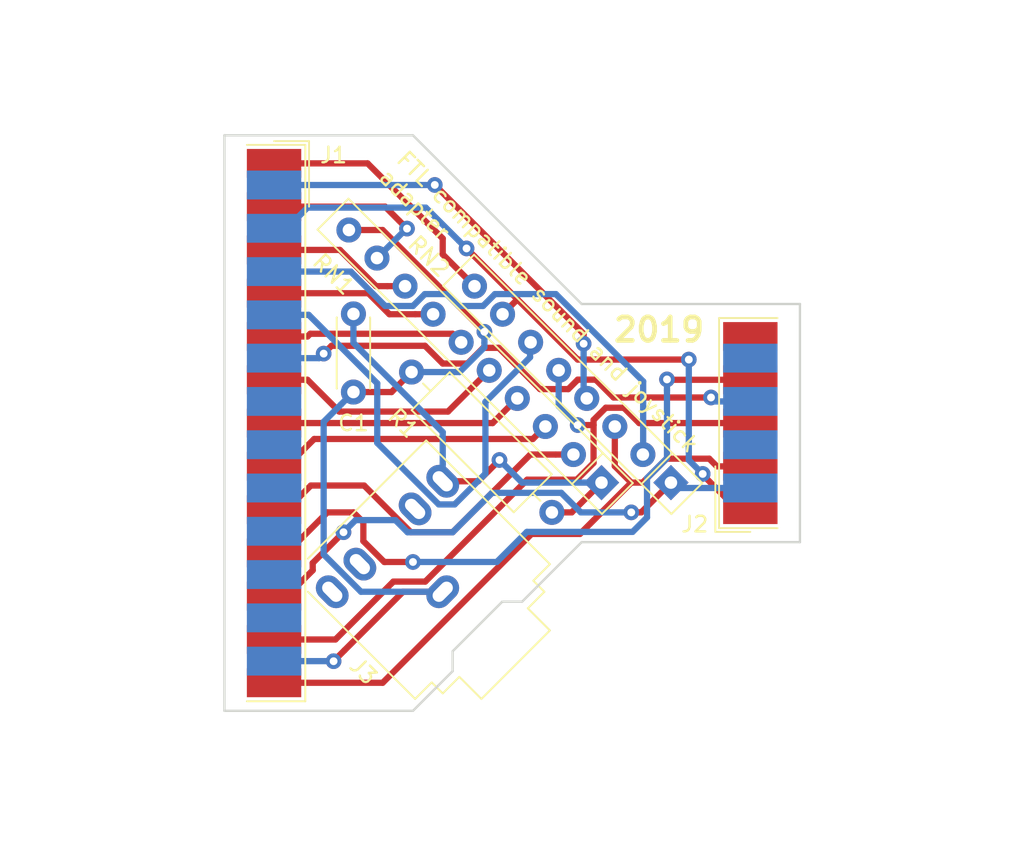
<source format=kicad_pcb>
(kicad_pcb (version 20171130) (host pcbnew 5.1.0-5.1.0)

  (general
    (thickness 1.6)
    (drawings 14)
    (tracks 206)
    (zones 0)
    (modules 7)
    (nets 30)
  )

  (page A4)
  (title_block
    (title "FTL compatible sound and joystick adapter")
    (date 2019-02-05)
    (company "Benedikt Freisen")
  )

  (layers
    (0 F.Cu signal)
    (31 B.Cu signal)
    (32 B.Adhes user)
    (33 F.Adhes user)
    (34 B.Paste user)
    (35 F.Paste user)
    (36 B.SilkS user)
    (37 F.SilkS user)
    (38 B.Mask user)
    (39 F.Mask user)
    (40 Dwgs.User user)
    (41 Cmts.User user)
    (42 Eco1.User user)
    (43 Eco2.User user)
    (44 Edge.Cuts user)
    (45 Margin user)
    (46 B.CrtYd user)
    (47 F.CrtYd user)
    (48 B.Fab user)
    (49 F.Fab user)
  )

  (setup
    (last_trace_width 0.4)
    (trace_clearance 0.2)
    (zone_clearance 0.508)
    (zone_45_only no)
    (trace_min 0.2)
    (via_size 1)
    (via_drill 0.5)
    (via_min_size 0.4)
    (via_min_drill 0.3)
    (uvia_size 0.3)
    (uvia_drill 0.1)
    (uvias_allowed no)
    (uvia_min_size 0.2)
    (uvia_min_drill 0.1)
    (edge_width 0.15)
    (segment_width 0.2)
    (pcb_text_width 0.3)
    (pcb_text_size 1.5 1.5)
    (mod_edge_width 0.15)
    (mod_text_size 1 1)
    (mod_text_width 0.15)
    (pad_size 1.524 1.524)
    (pad_drill 0.762)
    (pad_to_mask_clearance 0.051)
    (solder_mask_min_width 0.25)
    (aux_axis_origin 0 0)
    (visible_elements FFFFFF7F)
    (pcbplotparams
      (layerselection 0x010fc_ffffffff)
      (usegerberextensions false)
      (usegerberattributes false)
      (usegerberadvancedattributes false)
      (creategerberjobfile false)
      (excludeedgelayer true)
      (linewidth 0.100000)
      (plotframeref false)
      (viasonmask false)
      (mode 1)
      (useauxorigin false)
      (hpglpennumber 1)
      (hpglpenspeed 20)
      (hpglpendiameter 15.000000)
      (psnegative false)
      (psa4output false)
      (plotreference true)
      (plotvalue true)
      (plotinvisibletext false)
      (padsonsilk false)
      (subtractmaskfromsilk false)
      (outputformat 1)
      (mirror false)
      (drillshape 1)
      (scaleselection 1)
      (outputdirectory ""))
  )

  (net 0 "")
  (net 1 "Net-(C1-Pad1)")
  (net 2 "Net-(C1-Pad2)")
  (net 3 "Net-(J1-Pad1)")
  (net 4 "Net-(J1-Pad2)")
  (net 5 "Net-(J1-Pad3)")
  (net 6 "Net-(J1-Pad4)")
  (net 7 "Net-(J1-Pad5)")
  (net 8 "Net-(J1-Pad6)")
  (net 9 "Net-(J1-Pad7)")
  (net 10 "Net-(J1-Pad8)")
  (net 11 "Net-(J1-Pad9)")
  (net 12 "Net-(J1-Pad10)")
  (net 13 "Net-(J1-Pad11)")
  (net 14 "Net-(J1-Pad12)")
  (net 15 "Net-(J1-Pad13)")
  (net 16 "Net-(J1-Pad18)")
  (net 17 "Net-(J1-Pad19)")
  (net 18 "Net-(J1-Pad20)")
  (net 19 "Net-(J1-Pad21)")
  (net 20 "Net-(J1-Pad22)")
  (net 21 "Net-(J1-Pad23)")
  (net 22 "Net-(J1-Pad24)")
  (net 23 "Net-(J2-Pad5)")
  (net 24 "Net-(J2-Pad7)")
  (net 25 "Net-(J2-Pad9)")
  (net 26 "Net-(J1-Pad14)")
  (net 27 "Net-(J1-Pad15)")
  (net 28 "Net-(J1-Pad16)")
  (net 29 "Net-(J1-Pad17)")

  (net_class Default "Dies ist die voreingestellte Netzklasse."
    (clearance 0.2)
    (trace_width 0.4)
    (via_dia 1)
    (via_drill 0.5)
    (uvia_dia 0.3)
    (uvia_drill 0.1)
    (add_net "Net-(C1-Pad1)")
    (add_net "Net-(C1-Pad2)")
    (add_net "Net-(J1-Pad1)")
    (add_net "Net-(J1-Pad10)")
    (add_net "Net-(J1-Pad11)")
    (add_net "Net-(J1-Pad12)")
    (add_net "Net-(J1-Pad13)")
    (add_net "Net-(J1-Pad14)")
    (add_net "Net-(J1-Pad15)")
    (add_net "Net-(J1-Pad16)")
    (add_net "Net-(J1-Pad17)")
    (add_net "Net-(J1-Pad18)")
    (add_net "Net-(J1-Pad19)")
    (add_net "Net-(J1-Pad2)")
    (add_net "Net-(J1-Pad20)")
    (add_net "Net-(J1-Pad21)")
    (add_net "Net-(J1-Pad22)")
    (add_net "Net-(J1-Pad23)")
    (add_net "Net-(J1-Pad24)")
    (add_net "Net-(J1-Pad3)")
    (add_net "Net-(J1-Pad4)")
    (add_net "Net-(J1-Pad5)")
    (add_net "Net-(J1-Pad6)")
    (add_net "Net-(J1-Pad7)")
    (add_net "Net-(J1-Pad8)")
    (add_net "Net-(J1-Pad9)")
    (add_net "Net-(J2-Pad5)")
    (add_net "Net-(J2-Pad7)")
    (add_net "Net-(J2-Pad9)")
  )

  (module Resistor_THT:R_Array_SIP8 (layer F.Cu) (tedit 5A14249F) (tstamp 5CA9DB39)
    (at 109.855 95.25 135)
    (descr "8-pin Resistor SIP pack")
    (tags R)
    (path /5CA9E6B0)
    (fp_text reference RN2 (at 21.193404 -0.71842 135) (layer F.SilkS)
      (effects (font (size 1 1) (thickness 0.15)))
    )
    (fp_text value R_Pack04_SIP (at 10.16 2.4 135) (layer F.Fab)
      (effects (font (size 1 1) (thickness 0.15)))
    )
    (fp_text user %R (at 8.89 0 135) (layer F.Fab)
      (effects (font (size 1 1) (thickness 0.15)))
    )
    (fp_line (start -1.29 -1.25) (end -1.29 1.25) (layer F.Fab) (width 0.1))
    (fp_line (start -1.29 1.25) (end 19.07 1.25) (layer F.Fab) (width 0.1))
    (fp_line (start 19.07 1.25) (end 19.07 -1.25) (layer F.Fab) (width 0.1))
    (fp_line (start 19.07 -1.25) (end -1.29 -1.25) (layer F.Fab) (width 0.1))
    (fp_line (start 1.27 -1.25) (end 1.27 1.25) (layer F.Fab) (width 0.1))
    (fp_line (start -1.44 -1.4) (end -1.44 1.4) (layer F.SilkS) (width 0.12))
    (fp_line (start -1.44 1.4) (end 19.22 1.4) (layer F.SilkS) (width 0.12))
    (fp_line (start 19.22 1.4) (end 19.22 -1.4) (layer F.SilkS) (width 0.12))
    (fp_line (start 19.22 -1.4) (end -1.44 -1.4) (layer F.SilkS) (width 0.12))
    (fp_line (start 1.27 -1.4) (end 1.27 1.4) (layer F.SilkS) (width 0.12))
    (fp_line (start -1.7 -1.65) (end -1.7 1.65) (layer F.CrtYd) (width 0.05))
    (fp_line (start -1.7 1.65) (end 19.5 1.65) (layer F.CrtYd) (width 0.05))
    (fp_line (start 19.5 1.65) (end 19.5 -1.65) (layer F.CrtYd) (width 0.05))
    (fp_line (start 19.5 -1.65) (end -1.7 -1.65) (layer F.CrtYd) (width 0.05))
    (pad 1 thru_hole rect (at 0 0 135) (size 1.6 1.6) (drill 0.8) (layers *.Cu *.Mask)
      (net 13 "Net-(J1-Pad11)"))
    (pad 2 thru_hole oval (at 2.54 0 135) (size 1.6 1.6) (drill 0.8) (layers *.Cu *.Mask)
      (net 28 "Net-(J1-Pad16)"))
    (pad 3 thru_hole oval (at 5.08 0 135) (size 1.6 1.6) (drill 0.8) (layers *.Cu *.Mask)
      (net 15 "Net-(J1-Pad13)"))
    (pad 4 thru_hole oval (at 7.62 0 135) (size 1.6 1.6) (drill 0.8) (layers *.Cu *.Mask)
      (net 26 "Net-(J1-Pad14)"))
    (pad 5 thru_hole oval (at 10.16 0 135) (size 1.6 1.6) (drill 0.8) (layers *.Cu *.Mask)
      (net 14 "Net-(J1-Pad12)"))
    (pad 6 thru_hole oval (at 12.7 0 135) (size 1.6 1.6) (drill 0.8) (layers *.Cu *.Mask)
      (net 29 "Net-(J1-Pad17)"))
    (pad 7 thru_hole oval (at 15.24 0 135) (size 1.6 1.6) (drill 0.8) (layers *.Cu *.Mask)
      (net 27 "Net-(J1-Pad15)"))
    (pad 8 thru_hole oval (at 17.78 0 135) (size 1.6 1.6) (drill 0.8) (layers *.Cu *.Mask)
      (net 3 "Net-(J1-Pad1)"))
    (model ${KISYS3DMOD}/Resistor_THT.3dshapes/R_Array_SIP8.wrl
      (at (xyz 0 0 0))
      (scale (xyz 1 1 1))
      (rotate (xyz 0 0 0))
    )
  )

  (module parallel_port_audio_and_joystick_adapter:Jack_3.5mm_CUI_SJ1-3525N_Horizontal (layer F.Cu) (tedit 5C599DA8) (tstamp 5C590274)
    (at 95.25 102.235 225)
    (descr "TRS 3.5mm, horizontal, through-hole, https://www.cui.com/product/resource/sj1-353xng.pdf")
    (tags "TRS audio jack stereo horizontal")
    (path /5C59E9E6)
    (fp_text reference J3 (at 7.184205 0 315) (layer F.SilkS)
      (effects (font (size 1 1) (thickness 0.15)))
    )
    (fp_text value AudioJack2 (at 0 8.8 225) (layer F.Fab)
      (effects (font (size 1 1) (thickness 0.15)))
    )
    (fp_text user %R (at 0 2.5 225) (layer F.Fab)
      (effects (font (size 1 1) (thickness 0.15)))
    )
    (fp_line (start -4.5 -4.5) (end -1.5 -4.5) (layer F.Fab) (width 0.1))
    (fp_line (start -2 -4.5) (end -2 -3.3) (layer Dwgs.User) (width 0.05))
    (fp_line (start -2 -3.3) (end 2 -3.3) (layer Dwgs.User) (width 0.05))
    (fp_line (start 2 -3.3) (end 2 -4.5) (layer Dwgs.User) (width 0.05))
    (fp_line (start 1.5 -4.5) (end 4.5 -4.5) (layer F.Fab) (width 0.1))
    (fp_line (start 6 -3.5) (end 6 7.5) (layer F.Fab) (width 0.1))
    (fp_line (start 6 7.5) (end -6 7.5) (layer F.Fab) (width 0.1))
    (fp_line (start -6 7.5) (end -6 -3.5) (layer F.Fab) (width 0.1))
    (fp_line (start 6 -3.5) (end 4.5 -3.5) (layer F.Fab) (width 0.1))
    (fp_line (start 4.5 -3.5) (end 4.5 -4.5) (layer F.Fab) (width 0.1))
    (fp_line (start -4.5 -4.5) (end -4.5 -3.5) (layer F.Fab) (width 0.1))
    (fp_line (start -4.5 -3.5) (end -6 -3.5) (layer F.Fab) (width 0.1))
    (fp_line (start -3 -5.5) (end -3 -6.5) (layer F.Fab) (width 0.1))
    (fp_line (start -3 -6.5) (end 3 -6.5) (layer F.Fab) (width 0.1))
    (fp_line (start 3 -6.5) (end 3 -5.5) (layer F.Fab) (width 0.1))
    (fp_line (start 3 -5.5) (end -3 -5.5) (layer F.Fab) (width 0.1))
    (fp_line (start -2.9 -5.5) (end -2.9 -4.5) (layer F.Fab) (width 0.1))
    (fp_line (start 2.9 -5.5) (end 2.9 -4.5) (layer F.Fab) (width 0.1))
    (fp_line (start -6.1 7.6) (end -6.1 -3.6) (layer F.SilkS) (width 0.12))
    (fp_line (start -6.1 -3.6) (end -4.6 -3.6) (layer F.SilkS) (width 0.12))
    (fp_line (start -4.6 -3.6) (end -4.6 -4.6) (layer F.SilkS) (width 0.12))
    (fp_line (start -4.6 -4.6) (end -3.1 -4.6) (layer F.SilkS) (width 0.12))
    (fp_line (start -3.1 -4.6) (end -3.1 -6.6) (layer F.SilkS) (width 0.12))
    (fp_line (start -3.1 -6.6) (end 3.1 -6.6) (layer F.SilkS) (width 0.12))
    (fp_line (start 3.1 -6.6) (end 3.1 -4.6) (layer F.SilkS) (width 0.12))
    (fp_line (start 3.1 -4.6) (end 4.6 -4.6) (layer F.SilkS) (width 0.12))
    (fp_line (start 4.6 -4.6) (end 4.6 -3.6) (layer F.SilkS) (width 0.12))
    (fp_line (start 4.6 -3.6) (end 6.1 -3.6) (layer F.SilkS) (width 0.12))
    (fp_line (start 6.1 -3.6) (end 6.1 6.1) (layer F.SilkS) (width 0.12))
    (fp_line (start 4.6 7.6) (end -6.1 7.6) (layer F.SilkS) (width 0.12))
    (fp_line (start -6.5 8) (end -6.500001 -7) (layer F.CrtYd) (width 0.05))
    (fp_line (start -6.500001 -7) (end 6.500001 -7) (layer F.CrtYd) (width 0.05))
    (fp_line (start 6.500001 -7) (end 6.5 8) (layer F.CrtYd) (width 0.05))
    (fp_line (start 6.5 8) (end -6.5 8) (layer F.CrtYd) (width 0.05))
    (fp_line (start -1.5 -4.5) (end -1.5 -3.5) (layer F.Fab) (width 0.1))
    (fp_line (start -1.5 -3.5) (end 1.5 -3.5) (layer F.Fab) (width 0.1))
    (fp_line (start 1.5 -3.5) (end 1.5 -4.5) (layer F.Fab) (width 0.1))
    (fp_line (start 2 -4.5) (end 6 -4.5) (layer Dwgs.User) (width 0.05))
    (fp_line (start -2 -4.5) (end -6 -4.5) (layer Dwgs.User) (width 0.05))
    (fp_text user edge (at 3 -4 225) (layer Dwgs.User)
      (effects (font (size 0.5 0.5) (thickness 0.05)))
    )
    (fp_text user PCB (at -3 -4 225) (layer Dwgs.User)
      (effects (font (size 0.5 0.5) (thickness 0.05)))
    )
    (pad S thru_hole oval (at 0 0 225) (size 2.3 1.6) (drill oval 1.5 0.8) (layers *.Cu *.Mask)
      (net 2 "Net-(C1-Pad2)"))
    (pad T thru_hole oval (at -5 5 225) (size 1.6 2.3) (drill oval 0.8 1.5) (layers *.Cu *.Mask)
      (net 1 "Net-(C1-Pad1)"))
    (pad R thru_hole oval (at 5 5 225) (size 1.6 2.3) (drill oval 0.8 1.5) (layers *.Cu *.Mask))
    (pad TN thru_hole oval (at -2.5 5 225) (size 1.6 2.3) (drill oval 0.8 1.5) (layers *.Cu *.Mask))
    (pad RN thru_hole oval (at 2.5 5 225) (size 1.6 2.3) (drill oval 0.8 1.5) (layers *.Cu *.Mask))
    (pad "" np_thru_hole circle (at 0 5 225) (size 1.2 1.2) (drill 1.2) (layers *.Cu *.Mask))
    (pad "" np_thru_hole circle (at -5 0 225) (size 1.2 1.2) (drill 1.2) (layers *.Cu *.Mask))
    (pad "" np_thru_hole circle (at 5 0 225) (size 1.2 1.2) (drill 1.2) (layers *.Cu *.Mask))
    (pad "" np_thru_hole circle (at 5 -2.5 225) (size 1.2 1.2) (drill 1.2) (layers *.Cu *.Mask))
    (pad "" np_thru_hole circle (at -5 -2.5 225) (size 1.2 1.2) (drill 1.2) (layers *.Cu *.Mask))
    (model ${KISYS3DMOD}/Connector_Audio.3dshapes/Jack_3.5mm_CUI_SJ1-3533NG_Horizontal.wrl
      (at (xyz 0 0 0))
      (scale (xyz 1 1 1))
      (rotate (xyz 0 0 0))
    )
  )

  (module Capacitor_THT:C_Disc_D4.3mm_W1.9mm_P5.00mm (layer F.Cu) (tedit 5AE50EF0) (tstamp 5C58ED14)
    (at 89.535 84.455 270)
    (descr "C, Disc series, Radial, pin pitch=5.00mm, , diameter*width=4.3*1.9mm^2, Capacitor, http://www.vishay.com/docs/45233/krseries.pdf")
    (tags "C Disc series Radial pin pitch 5.00mm  diameter 4.3mm width 1.9mm Capacitor")
    (path /5C59E7C8)
    (fp_text reference C1 (at 6.985 0) (layer F.SilkS)
      (effects (font (size 1 1) (thickness 0.15)))
    )
    (fp_text value 4.7n (at 2.5 2.2 270) (layer F.Fab)
      (effects (font (size 1 1) (thickness 0.15)))
    )
    (fp_line (start 0.35 -0.95) (end 0.35 0.95) (layer F.Fab) (width 0.1))
    (fp_line (start 0.35 0.95) (end 4.65 0.95) (layer F.Fab) (width 0.1))
    (fp_line (start 4.65 0.95) (end 4.65 -0.95) (layer F.Fab) (width 0.1))
    (fp_line (start 4.65 -0.95) (end 0.35 -0.95) (layer F.Fab) (width 0.1))
    (fp_line (start 0.23 -1.07) (end 4.77 -1.07) (layer F.SilkS) (width 0.12))
    (fp_line (start 0.23 1.07) (end 4.77 1.07) (layer F.SilkS) (width 0.12))
    (fp_line (start 0.23 -1.07) (end 0.23 -1.055) (layer F.SilkS) (width 0.12))
    (fp_line (start 0.23 1.055) (end 0.23 1.07) (layer F.SilkS) (width 0.12))
    (fp_line (start 4.77 -1.07) (end 4.77 -1.055) (layer F.SilkS) (width 0.12))
    (fp_line (start 4.77 1.055) (end 4.77 1.07) (layer F.SilkS) (width 0.12))
    (fp_line (start -1.05 -1.2) (end -1.05 1.2) (layer F.CrtYd) (width 0.05))
    (fp_line (start -1.05 1.2) (end 6.05 1.2) (layer F.CrtYd) (width 0.05))
    (fp_line (start 6.05 1.2) (end 6.05 -1.2) (layer F.CrtYd) (width 0.05))
    (fp_line (start 6.05 -1.2) (end -1.05 -1.2) (layer F.CrtYd) (width 0.05))
    (fp_text user %R (at 2.5 0 270) (layer F.Fab)
      (effects (font (size 0.86 0.86) (thickness 0.129)))
    )
    (pad 1 thru_hole circle (at 0 0 270) (size 1.6 1.6) (drill 0.8) (layers *.Cu *.Mask)
      (net 1 "Net-(C1-Pad1)"))
    (pad 2 thru_hole circle (at 5 0 270) (size 1.6 1.6) (drill 0.8) (layers *.Cu *.Mask)
      (net 2 "Net-(C1-Pad2)"))
    (model ${KISYS3DMOD}/Capacitor_THT.3dshapes/C_Disc_D4.3mm_W1.9mm_P5.00mm.wrl
      (at (xyz 0 0 0))
      (scale (xyz 1 1 1))
      (rotate (xyz 0 0 0))
    )
  )

  (module Connector_Dsub:DSUB-25_Male_EdgeMount_P2.77mm (layer F.Cu) (tedit 59FEDEE2) (tstamp 5C58EDC1)
    (at 84.455 91.44 270)
    (descr "25-pin D-Sub connector, solder-cups edge-mounted, male, x-pin-pitch 2.77mm, distance of mounting holes 47.1mm, see https://disti-assets.s3.amazonaws.com/tonar/files/datasheets/16730.pdf")
    (tags "25-pin D-Sub connector edge mount solder cup male x-pin-pitch 2.77mm mounting holes distance 47.1mm")
    (path /5C59E4A9)
    (attr smd)
    (fp_text reference J1 (at -17.145 -3.81) (layer F.SilkS)
      (effects (font (size 1 1) (thickness 0.15)))
    )
    (fp_text value DB25_Male (at 0 16.69 270) (layer F.Fab)
      (effects (font (size 1 1) (thickness 0.15)))
    )
    (fp_line (start -17.22 -0.91) (end -17.22 1.99) (layer F.Fab) (width 0.1))
    (fp_line (start -17.22 1.99) (end -16.02 1.99) (layer F.Fab) (width 0.1))
    (fp_line (start -16.02 1.99) (end -16.02 -0.91) (layer F.Fab) (width 0.1))
    (fp_line (start -16.02 -0.91) (end -17.22 -0.91) (layer F.Fab) (width 0.1))
    (fp_line (start -14.45 -0.91) (end -14.45 1.99) (layer F.Fab) (width 0.1))
    (fp_line (start -14.45 1.99) (end -13.25 1.99) (layer F.Fab) (width 0.1))
    (fp_line (start -13.25 1.99) (end -13.25 -0.91) (layer F.Fab) (width 0.1))
    (fp_line (start -13.25 -0.91) (end -14.45 -0.91) (layer F.Fab) (width 0.1))
    (fp_line (start -11.68 -0.91) (end -11.68 1.99) (layer F.Fab) (width 0.1))
    (fp_line (start -11.68 1.99) (end -10.48 1.99) (layer F.Fab) (width 0.1))
    (fp_line (start -10.48 1.99) (end -10.48 -0.91) (layer F.Fab) (width 0.1))
    (fp_line (start -10.48 -0.91) (end -11.68 -0.91) (layer F.Fab) (width 0.1))
    (fp_line (start -8.91 -0.91) (end -8.91 1.99) (layer F.Fab) (width 0.1))
    (fp_line (start -8.91 1.99) (end -7.71 1.99) (layer F.Fab) (width 0.1))
    (fp_line (start -7.71 1.99) (end -7.71 -0.91) (layer F.Fab) (width 0.1))
    (fp_line (start -7.71 -0.91) (end -8.91 -0.91) (layer F.Fab) (width 0.1))
    (fp_line (start -6.14 -0.91) (end -6.14 1.99) (layer F.Fab) (width 0.1))
    (fp_line (start -6.14 1.99) (end -4.94 1.99) (layer F.Fab) (width 0.1))
    (fp_line (start -4.94 1.99) (end -4.94 -0.91) (layer F.Fab) (width 0.1))
    (fp_line (start -4.94 -0.91) (end -6.14 -0.91) (layer F.Fab) (width 0.1))
    (fp_line (start -3.37 -0.91) (end -3.37 1.99) (layer F.Fab) (width 0.1))
    (fp_line (start -3.37 1.99) (end -2.17 1.99) (layer F.Fab) (width 0.1))
    (fp_line (start -2.17 1.99) (end -2.17 -0.91) (layer F.Fab) (width 0.1))
    (fp_line (start -2.17 -0.91) (end -3.37 -0.91) (layer F.Fab) (width 0.1))
    (fp_line (start -0.6 -0.91) (end -0.6 1.99) (layer F.Fab) (width 0.1))
    (fp_line (start -0.6 1.99) (end 0.6 1.99) (layer F.Fab) (width 0.1))
    (fp_line (start 0.6 1.99) (end 0.6 -0.91) (layer F.Fab) (width 0.1))
    (fp_line (start 0.6 -0.91) (end -0.6 -0.91) (layer F.Fab) (width 0.1))
    (fp_line (start 2.17 -0.91) (end 2.17 1.99) (layer F.Fab) (width 0.1))
    (fp_line (start 2.17 1.99) (end 3.37 1.99) (layer F.Fab) (width 0.1))
    (fp_line (start 3.37 1.99) (end 3.37 -0.91) (layer F.Fab) (width 0.1))
    (fp_line (start 3.37 -0.91) (end 2.17 -0.91) (layer F.Fab) (width 0.1))
    (fp_line (start 4.94 -0.91) (end 4.94 1.99) (layer F.Fab) (width 0.1))
    (fp_line (start 4.94 1.99) (end 6.14 1.99) (layer F.Fab) (width 0.1))
    (fp_line (start 6.14 1.99) (end 6.14 -0.91) (layer F.Fab) (width 0.1))
    (fp_line (start 6.14 -0.91) (end 4.94 -0.91) (layer F.Fab) (width 0.1))
    (fp_line (start 7.71 -0.91) (end 7.71 1.99) (layer F.Fab) (width 0.1))
    (fp_line (start 7.71 1.99) (end 8.91 1.99) (layer F.Fab) (width 0.1))
    (fp_line (start 8.91 1.99) (end 8.91 -0.91) (layer F.Fab) (width 0.1))
    (fp_line (start 8.91 -0.91) (end 7.71 -0.91) (layer F.Fab) (width 0.1))
    (fp_line (start 10.48 -0.91) (end 10.48 1.99) (layer F.Fab) (width 0.1))
    (fp_line (start 10.48 1.99) (end 11.68 1.99) (layer F.Fab) (width 0.1))
    (fp_line (start 11.68 1.99) (end 11.68 -0.91) (layer F.Fab) (width 0.1))
    (fp_line (start 11.68 -0.91) (end 10.48 -0.91) (layer F.Fab) (width 0.1))
    (fp_line (start 13.25 -0.91) (end 13.25 1.99) (layer F.Fab) (width 0.1))
    (fp_line (start 13.25 1.99) (end 14.45 1.99) (layer F.Fab) (width 0.1))
    (fp_line (start 14.45 1.99) (end 14.45 -0.91) (layer F.Fab) (width 0.1))
    (fp_line (start 14.45 -0.91) (end 13.25 -0.91) (layer F.Fab) (width 0.1))
    (fp_line (start 16.02 -0.91) (end 16.02 1.99) (layer F.Fab) (width 0.1))
    (fp_line (start 16.02 1.99) (end 17.22 1.99) (layer F.Fab) (width 0.1))
    (fp_line (start 17.22 1.99) (end 17.22 -0.91) (layer F.Fab) (width 0.1))
    (fp_line (start 17.22 -0.91) (end 16.02 -0.91) (layer F.Fab) (width 0.1))
    (fp_line (start -15.835 -0.91) (end -15.835 1.99) (layer B.Fab) (width 0.1))
    (fp_line (start -15.835 1.99) (end -14.635 1.99) (layer B.Fab) (width 0.1))
    (fp_line (start -14.635 1.99) (end -14.635 -0.91) (layer B.Fab) (width 0.1))
    (fp_line (start -14.635 -0.91) (end -15.835 -0.91) (layer B.Fab) (width 0.1))
    (fp_line (start -13.065 -0.91) (end -13.065 1.99) (layer B.Fab) (width 0.1))
    (fp_line (start -13.065 1.99) (end -11.865 1.99) (layer B.Fab) (width 0.1))
    (fp_line (start -11.865 1.99) (end -11.865 -0.91) (layer B.Fab) (width 0.1))
    (fp_line (start -11.865 -0.91) (end -13.065 -0.91) (layer B.Fab) (width 0.1))
    (fp_line (start -10.295 -0.91) (end -10.295 1.99) (layer B.Fab) (width 0.1))
    (fp_line (start -10.295 1.99) (end -9.095 1.99) (layer B.Fab) (width 0.1))
    (fp_line (start -9.095 1.99) (end -9.095 -0.91) (layer B.Fab) (width 0.1))
    (fp_line (start -9.095 -0.91) (end -10.295 -0.91) (layer B.Fab) (width 0.1))
    (fp_line (start -7.525 -0.91) (end -7.525 1.99) (layer B.Fab) (width 0.1))
    (fp_line (start -7.525 1.99) (end -6.325 1.99) (layer B.Fab) (width 0.1))
    (fp_line (start -6.325 1.99) (end -6.325 -0.91) (layer B.Fab) (width 0.1))
    (fp_line (start -6.325 -0.91) (end -7.525 -0.91) (layer B.Fab) (width 0.1))
    (fp_line (start -4.755 -0.91) (end -4.755 1.99) (layer B.Fab) (width 0.1))
    (fp_line (start -4.755 1.99) (end -3.555 1.99) (layer B.Fab) (width 0.1))
    (fp_line (start -3.555 1.99) (end -3.555 -0.91) (layer B.Fab) (width 0.1))
    (fp_line (start -3.555 -0.91) (end -4.755 -0.91) (layer B.Fab) (width 0.1))
    (fp_line (start -1.985 -0.91) (end -1.985 1.99) (layer B.Fab) (width 0.1))
    (fp_line (start -1.985 1.99) (end -0.785 1.99) (layer B.Fab) (width 0.1))
    (fp_line (start -0.785 1.99) (end -0.785 -0.91) (layer B.Fab) (width 0.1))
    (fp_line (start -0.785 -0.91) (end -1.985 -0.91) (layer B.Fab) (width 0.1))
    (fp_line (start 0.785 -0.91) (end 0.785 1.99) (layer B.Fab) (width 0.1))
    (fp_line (start 0.785 1.99) (end 1.985 1.99) (layer B.Fab) (width 0.1))
    (fp_line (start 1.985 1.99) (end 1.985 -0.91) (layer B.Fab) (width 0.1))
    (fp_line (start 1.985 -0.91) (end 0.785 -0.91) (layer B.Fab) (width 0.1))
    (fp_line (start 3.555 -0.91) (end 3.555 1.99) (layer B.Fab) (width 0.1))
    (fp_line (start 3.555 1.99) (end 4.755 1.99) (layer B.Fab) (width 0.1))
    (fp_line (start 4.755 1.99) (end 4.755 -0.91) (layer B.Fab) (width 0.1))
    (fp_line (start 4.755 -0.91) (end 3.555 -0.91) (layer B.Fab) (width 0.1))
    (fp_line (start 6.325 -0.91) (end 6.325 1.99) (layer B.Fab) (width 0.1))
    (fp_line (start 6.325 1.99) (end 7.525 1.99) (layer B.Fab) (width 0.1))
    (fp_line (start 7.525 1.99) (end 7.525 -0.91) (layer B.Fab) (width 0.1))
    (fp_line (start 7.525 -0.91) (end 6.325 -0.91) (layer B.Fab) (width 0.1))
    (fp_line (start 9.095 -0.91) (end 9.095 1.99) (layer B.Fab) (width 0.1))
    (fp_line (start 9.095 1.99) (end 10.295 1.99) (layer B.Fab) (width 0.1))
    (fp_line (start 10.295 1.99) (end 10.295 -0.91) (layer B.Fab) (width 0.1))
    (fp_line (start 10.295 -0.91) (end 9.095 -0.91) (layer B.Fab) (width 0.1))
    (fp_line (start 11.865 -0.91) (end 11.865 1.99) (layer B.Fab) (width 0.1))
    (fp_line (start 11.865 1.99) (end 13.065 1.99) (layer B.Fab) (width 0.1))
    (fp_line (start 13.065 1.99) (end 13.065 -0.91) (layer B.Fab) (width 0.1))
    (fp_line (start 13.065 -0.91) (end 11.865 -0.91) (layer B.Fab) (width 0.1))
    (fp_line (start 14.635 -0.91) (end 14.635 1.99) (layer B.Fab) (width 0.1))
    (fp_line (start 14.635 1.99) (end 15.835 1.99) (layer B.Fab) (width 0.1))
    (fp_line (start 15.835 1.99) (end 15.835 -0.91) (layer B.Fab) (width 0.1))
    (fp_line (start 15.835 -0.91) (end 14.635 -0.91) (layer B.Fab) (width 0.1))
    (fp_line (start -18.55 1.99) (end -18.55 4.79) (layer F.Fab) (width 0.1))
    (fp_line (start -18.55 4.79) (end 18.55 4.79) (layer F.Fab) (width 0.1))
    (fp_line (start 18.55 4.79) (end 18.55 1.99) (layer F.Fab) (width 0.1))
    (fp_line (start 18.55 1.99) (end -18.55 1.99) (layer F.Fab) (width 0.1))
    (fp_line (start -19.55 4.79) (end -19.55 9.29) (layer F.Fab) (width 0.1))
    (fp_line (start -19.55 9.29) (end 19.55 9.29) (layer F.Fab) (width 0.1))
    (fp_line (start 19.55 9.29) (end 19.55 4.79) (layer F.Fab) (width 0.1))
    (fp_line (start 19.55 4.79) (end -19.55 4.79) (layer F.Fab) (width 0.1))
    (fp_line (start -26.55 9.29) (end -26.55 9.69) (layer F.Fab) (width 0.1))
    (fp_line (start -26.55 9.69) (end 26.55 9.69) (layer F.Fab) (width 0.1))
    (fp_line (start 26.55 9.69) (end 26.55 9.29) (layer F.Fab) (width 0.1))
    (fp_line (start 26.55 9.29) (end -26.55 9.29) (layer F.Fab) (width 0.1))
    (fp_line (start -19.15 9.69) (end -19.15 15.69) (layer F.Fab) (width 0.1))
    (fp_line (start -19.15 15.69) (end 19.15 15.69) (layer F.Fab) (width 0.1))
    (fp_line (start 19.15 15.69) (end 19.15 9.69) (layer F.Fab) (width 0.1))
    (fp_line (start 19.15 9.69) (end -19.15 9.69) (layer F.Fab) (width 0.1))
    (fp_line (start -18.05 -2.25) (end 18.05 -2.25) (layer F.CrtYd) (width 0.05))
    (fp_line (start 18.05 -2.25) (end 18.05 1.5) (layer F.CrtYd) (width 0.05))
    (fp_line (start 18.05 1.5) (end 19.05 1.5) (layer F.CrtYd) (width 0.05))
    (fp_line (start 19.05 1.5) (end 19.05 4.3) (layer F.CrtYd) (width 0.05))
    (fp_line (start 19.05 4.3) (end 20.05 4.3) (layer F.CrtYd) (width 0.05))
    (fp_line (start 20.05 4.3) (end 20.05 8.8) (layer F.CrtYd) (width 0.05))
    (fp_line (start 20.05 8.8) (end 27.05 8.8) (layer F.CrtYd) (width 0.05))
    (fp_line (start 27.05 8.8) (end 27.05 10.2) (layer F.CrtYd) (width 0.05))
    (fp_line (start 27.05 10.2) (end 19.65 10.2) (layer F.CrtYd) (width 0.05))
    (fp_line (start 19.65 10.2) (end 19.65 16.2) (layer F.CrtYd) (width 0.05))
    (fp_line (start 19.65 16.2) (end -19.65 16.2) (layer F.CrtYd) (width 0.05))
    (fp_line (start -19.65 16.2) (end -19.65 10.2) (layer F.CrtYd) (width 0.05))
    (fp_line (start -19.65 10.2) (end -27.05 10.2) (layer F.CrtYd) (width 0.05))
    (fp_line (start -27.05 10.2) (end -27.05 8.8) (layer F.CrtYd) (width 0.05))
    (fp_line (start -27.05 8.8) (end -20.05 8.8) (layer F.CrtYd) (width 0.05))
    (fp_line (start -20.05 8.8) (end -20.05 4.3) (layer F.CrtYd) (width 0.05))
    (fp_line (start -20.05 4.3) (end -19.05 4.3) (layer F.CrtYd) (width 0.05))
    (fp_line (start -19.05 4.3) (end -19.05 1.5) (layer F.CrtYd) (width 0.05))
    (fp_line (start -19.05 1.5) (end -18.05 1.5) (layer F.CrtYd) (width 0.05))
    (fp_line (start -18.05 1.5) (end -18.05 -2.25) (layer F.CrtYd) (width 0.05))
    (fp_line (start 17.803333 1.74) (end 17.803333 -2) (layer F.SilkS) (width 0.12))
    (fp_line (start 17.803333 -2) (end -17.803333 -2) (layer F.SilkS) (width 0.12))
    (fp_line (start -17.803333 -2) (end -17.803333 1.74) (layer F.SilkS) (width 0.12))
    (fp_line (start -18.043333 0) (end -18.043333 -2.24) (layer F.SilkS) (width 0.12))
    (fp_line (start -18.043333 -2.24) (end -13.85 -2.24) (layer F.SilkS) (width 0.12))
    (fp_line (start -26.55 1.99) (end 26.55 1.99) (layer Dwgs.User) (width 0.05))
    (fp_text user %R (at 0 3.39 270) (layer F.Fab)
      (effects (font (size 1 1) (thickness 0.15)))
    )
    (fp_text user "PCB edge" (at -21.55 1.323333 270) (layer Dwgs.User)
      (effects (font (size 0.5 0.5) (thickness 0.075)))
    )
    (pad 1 smd rect (at -16.62 0 270) (size 1.846667 3.48) (layers F.Cu F.Paste F.Mask)
      (net 3 "Net-(J1-Pad1)"))
    (pad 2 smd rect (at -13.85 0 270) (size 1.846667 3.48) (layers F.Cu F.Paste F.Mask)
      (net 4 "Net-(J1-Pad2)"))
    (pad 3 smd rect (at -11.08 0 270) (size 1.846667 3.48) (layers F.Cu F.Paste F.Mask)
      (net 5 "Net-(J1-Pad3)"))
    (pad 4 smd rect (at -8.31 0 270) (size 1.846667 3.48) (layers F.Cu F.Paste F.Mask)
      (net 6 "Net-(J1-Pad4)"))
    (pad 5 smd rect (at -5.54 0 270) (size 1.846667 3.48) (layers F.Cu F.Paste F.Mask)
      (net 7 "Net-(J1-Pad5)"))
    (pad 6 smd rect (at -2.77 0 270) (size 1.846667 3.48) (layers F.Cu F.Paste F.Mask)
      (net 8 "Net-(J1-Pad6)"))
    (pad 7 smd rect (at 0 0 270) (size 1.846667 3.48) (layers F.Cu F.Paste F.Mask)
      (net 9 "Net-(J1-Pad7)"))
    (pad 8 smd rect (at 2.77 0 270) (size 1.846667 3.48) (layers F.Cu F.Paste F.Mask)
      (net 10 "Net-(J1-Pad8)"))
    (pad 9 smd rect (at 5.54 0 270) (size 1.846667 3.48) (layers F.Cu F.Paste F.Mask)
      (net 11 "Net-(J1-Pad9)"))
    (pad 10 smd rect (at 8.31 0 270) (size 1.846667 3.48) (layers F.Cu F.Paste F.Mask)
      (net 12 "Net-(J1-Pad10)"))
    (pad 11 smd rect (at 11.08 0 270) (size 1.846667 3.48) (layers F.Cu F.Paste F.Mask)
      (net 13 "Net-(J1-Pad11)"))
    (pad 12 smd rect (at 13.85 0 270) (size 1.846667 3.48) (layers F.Cu F.Paste F.Mask)
      (net 14 "Net-(J1-Pad12)"))
    (pad 13 smd rect (at 16.62 0 270) (size 1.846667 3.48) (layers F.Cu F.Paste F.Mask)
      (net 15 "Net-(J1-Pad13)"))
    (pad 14 smd rect (at -15.235 0 270) (size 1.846667 3.48) (layers B.Cu B.Paste B.Mask)
      (net 26 "Net-(J1-Pad14)"))
    (pad 15 smd rect (at -12.465 0 270) (size 1.846667 3.48) (layers B.Cu B.Paste B.Mask)
      (net 27 "Net-(J1-Pad15)"))
    (pad 16 smd rect (at -9.695 0 270) (size 1.846667 3.48) (layers B.Cu B.Paste B.Mask)
      (net 28 "Net-(J1-Pad16)"))
    (pad 17 smd rect (at -6.925 0 270) (size 1.846667 3.48) (layers B.Cu B.Paste B.Mask)
      (net 29 "Net-(J1-Pad17)"))
    (pad 18 smd rect (at -4.155 0 270) (size 1.846667 3.48) (layers B.Cu B.Paste B.Mask)
      (net 16 "Net-(J1-Pad18)"))
    (pad 19 smd rect (at -1.385 0 270) (size 1.846667 3.48) (layers B.Cu B.Paste B.Mask)
      (net 17 "Net-(J1-Pad19)"))
    (pad 20 smd rect (at 1.385 0 270) (size 1.846667 3.48) (layers B.Cu B.Paste B.Mask)
      (net 18 "Net-(J1-Pad20)"))
    (pad 21 smd rect (at 4.155 0 270) (size 1.846667 3.48) (layers B.Cu B.Paste B.Mask)
      (net 19 "Net-(J1-Pad21)"))
    (pad 22 smd rect (at 6.925 0 270) (size 1.846667 3.48) (layers B.Cu B.Paste B.Mask)
      (net 20 "Net-(J1-Pad22)"))
    (pad 23 smd rect (at 9.695 0 270) (size 1.846667 3.48) (layers B.Cu B.Paste B.Mask)
      (net 21 "Net-(J1-Pad23)"))
    (pad 24 smd rect (at 12.465 0 270) (size 1.846667 3.48) (layers B.Cu B.Paste B.Mask)
      (net 22 "Net-(J1-Pad24)"))
    (pad 25 smd rect (at 15.235 0 270) (size 1.846667 3.48) (layers B.Cu B.Paste B.Mask)
      (net 2 "Net-(C1-Pad2)"))
    (model ${KISYS3DMOD}/Connector_Dsub.3dshapes/DSUB-25_Male_EdgeMount_P2.77mm.wrl
      (at (xyz 0 0 0))
      (scale (xyz 1 1 1))
      (rotate (xyz 0 0 0))
    )
  )

  (module Connector_Dsub:DSUB-9_Male_EdgeMount_P2.77mm (layer F.Cu) (tedit 59FEDEE2) (tstamp 5C58EE1E)
    (at 114.935 91.44 90)
    (descr "9-pin D-Sub connector, solder-cups edge-mounted, male, x-pin-pitch 2.77mm, distance of mounting holes 25mm, see https://disti-assets.s3.amazonaws.com/tonar/files/datasheets/16730.pdf")
    (tags "9-pin D-Sub connector edge mount solder cup male x-pin-pitch 2.77mm mounting holes distance 25mm")
    (path /5C59E58A)
    (attr smd)
    (fp_text reference J2 (at -6.477 -3.556) (layer F.SilkS)
      (effects (font (size 1 1) (thickness 0.15)))
    )
    (fp_text value DB9_Male (at 0 16.69 90) (layer F.Fab)
      (effects (font (size 1 1) (thickness 0.15)))
    )
    (fp_line (start -6.14 -0.91) (end -6.14 1.99) (layer F.Fab) (width 0.1))
    (fp_line (start -6.14 1.99) (end -4.94 1.99) (layer F.Fab) (width 0.1))
    (fp_line (start -4.94 1.99) (end -4.94 -0.91) (layer F.Fab) (width 0.1))
    (fp_line (start -4.94 -0.91) (end -6.14 -0.91) (layer F.Fab) (width 0.1))
    (fp_line (start -3.37 -0.91) (end -3.37 1.99) (layer F.Fab) (width 0.1))
    (fp_line (start -3.37 1.99) (end -2.17 1.99) (layer F.Fab) (width 0.1))
    (fp_line (start -2.17 1.99) (end -2.17 -0.91) (layer F.Fab) (width 0.1))
    (fp_line (start -2.17 -0.91) (end -3.37 -0.91) (layer F.Fab) (width 0.1))
    (fp_line (start -0.6 -0.91) (end -0.6 1.99) (layer F.Fab) (width 0.1))
    (fp_line (start -0.6 1.99) (end 0.6 1.99) (layer F.Fab) (width 0.1))
    (fp_line (start 0.6 1.99) (end 0.6 -0.91) (layer F.Fab) (width 0.1))
    (fp_line (start 0.6 -0.91) (end -0.6 -0.91) (layer F.Fab) (width 0.1))
    (fp_line (start 2.17 -0.91) (end 2.17 1.99) (layer F.Fab) (width 0.1))
    (fp_line (start 2.17 1.99) (end 3.37 1.99) (layer F.Fab) (width 0.1))
    (fp_line (start 3.37 1.99) (end 3.37 -0.91) (layer F.Fab) (width 0.1))
    (fp_line (start 3.37 -0.91) (end 2.17 -0.91) (layer F.Fab) (width 0.1))
    (fp_line (start 4.94 -0.91) (end 4.94 1.99) (layer F.Fab) (width 0.1))
    (fp_line (start 4.94 1.99) (end 6.14 1.99) (layer F.Fab) (width 0.1))
    (fp_line (start 6.14 1.99) (end 6.14 -0.91) (layer F.Fab) (width 0.1))
    (fp_line (start 6.14 -0.91) (end 4.94 -0.91) (layer F.Fab) (width 0.1))
    (fp_line (start -4.755 -0.91) (end -4.755 1.99) (layer B.Fab) (width 0.1))
    (fp_line (start -4.755 1.99) (end -3.555 1.99) (layer B.Fab) (width 0.1))
    (fp_line (start -3.555 1.99) (end -3.555 -0.91) (layer B.Fab) (width 0.1))
    (fp_line (start -3.555 -0.91) (end -4.755 -0.91) (layer B.Fab) (width 0.1))
    (fp_line (start -1.985 -0.91) (end -1.985 1.99) (layer B.Fab) (width 0.1))
    (fp_line (start -1.985 1.99) (end -0.785 1.99) (layer B.Fab) (width 0.1))
    (fp_line (start -0.785 1.99) (end -0.785 -0.91) (layer B.Fab) (width 0.1))
    (fp_line (start -0.785 -0.91) (end -1.985 -0.91) (layer B.Fab) (width 0.1))
    (fp_line (start 0.785 -0.91) (end 0.785 1.99) (layer B.Fab) (width 0.1))
    (fp_line (start 0.785 1.99) (end 1.985 1.99) (layer B.Fab) (width 0.1))
    (fp_line (start 1.985 1.99) (end 1.985 -0.91) (layer B.Fab) (width 0.1))
    (fp_line (start 1.985 -0.91) (end 0.785 -0.91) (layer B.Fab) (width 0.1))
    (fp_line (start 3.555 -0.91) (end 3.555 1.99) (layer B.Fab) (width 0.1))
    (fp_line (start 3.555 1.99) (end 4.755 1.99) (layer B.Fab) (width 0.1))
    (fp_line (start 4.755 1.99) (end 4.755 -0.91) (layer B.Fab) (width 0.1))
    (fp_line (start 4.755 -0.91) (end 3.555 -0.91) (layer B.Fab) (width 0.1))
    (fp_line (start -7.55 1.99) (end -7.55 4.79) (layer F.Fab) (width 0.1))
    (fp_line (start -7.55 4.79) (end 7.55 4.79) (layer F.Fab) (width 0.1))
    (fp_line (start 7.55 4.79) (end 7.55 1.99) (layer F.Fab) (width 0.1))
    (fp_line (start 7.55 1.99) (end -7.55 1.99) (layer F.Fab) (width 0.1))
    (fp_line (start -8.55 4.79) (end -8.55 9.29) (layer F.Fab) (width 0.1))
    (fp_line (start -8.55 9.29) (end 8.55 9.29) (layer F.Fab) (width 0.1))
    (fp_line (start 8.55 9.29) (end 8.55 4.79) (layer F.Fab) (width 0.1))
    (fp_line (start 8.55 4.79) (end -8.55 4.79) (layer F.Fab) (width 0.1))
    (fp_line (start -15.425 9.29) (end -15.425 9.69) (layer F.Fab) (width 0.1))
    (fp_line (start -15.425 9.69) (end 15.425 9.69) (layer F.Fab) (width 0.1))
    (fp_line (start 15.425 9.69) (end 15.425 9.29) (layer F.Fab) (width 0.1))
    (fp_line (start 15.425 9.29) (end -15.425 9.29) (layer F.Fab) (width 0.1))
    (fp_line (start -8.15 9.69) (end -8.15 15.69) (layer F.Fab) (width 0.1))
    (fp_line (start -8.15 15.69) (end 8.15 15.69) (layer F.Fab) (width 0.1))
    (fp_line (start 8.15 15.69) (end 8.15 9.69) (layer F.Fab) (width 0.1))
    (fp_line (start 8.15 9.69) (end -8.15 9.69) (layer F.Fab) (width 0.1))
    (fp_line (start -7 -2.25) (end 7 -2.25) (layer F.CrtYd) (width 0.05))
    (fp_line (start 7 -2.25) (end 7 1.5) (layer F.CrtYd) (width 0.05))
    (fp_line (start 7 1.5) (end 8.05 1.5) (layer F.CrtYd) (width 0.05))
    (fp_line (start 8.05 1.5) (end 8.05 4.3) (layer F.CrtYd) (width 0.05))
    (fp_line (start 8.05 4.3) (end 9.05 4.3) (layer F.CrtYd) (width 0.05))
    (fp_line (start 9.05 4.3) (end 9.05 8.8) (layer F.CrtYd) (width 0.05))
    (fp_line (start 9.05 8.8) (end 15.95 8.8) (layer F.CrtYd) (width 0.05))
    (fp_line (start 15.95 8.8) (end 15.95 10.2) (layer F.CrtYd) (width 0.05))
    (fp_line (start 15.95 10.2) (end 8.65 10.2) (layer F.CrtYd) (width 0.05))
    (fp_line (start 8.65 10.2) (end 8.65 16.2) (layer F.CrtYd) (width 0.05))
    (fp_line (start 8.65 16.2) (end -8.65 16.2) (layer F.CrtYd) (width 0.05))
    (fp_line (start -8.65 16.2) (end -8.65 10.2) (layer F.CrtYd) (width 0.05))
    (fp_line (start -8.65 10.2) (end -15.95 10.2) (layer F.CrtYd) (width 0.05))
    (fp_line (start -15.95 10.2) (end -15.95 8.8) (layer F.CrtYd) (width 0.05))
    (fp_line (start -15.95 8.8) (end -9.05 8.8) (layer F.CrtYd) (width 0.05))
    (fp_line (start -9.05 8.8) (end -9.05 4.3) (layer F.CrtYd) (width 0.05))
    (fp_line (start -9.05 4.3) (end -8.05 4.3) (layer F.CrtYd) (width 0.05))
    (fp_line (start -8.05 4.3) (end -8.05 1.5) (layer F.CrtYd) (width 0.05))
    (fp_line (start -8.05 1.5) (end -7 1.5) (layer F.CrtYd) (width 0.05))
    (fp_line (start -7 1.5) (end -7 -2.25) (layer F.CrtYd) (width 0.05))
    (fp_line (start 6.723333 1.74) (end 6.723333 -2) (layer F.SilkS) (width 0.12))
    (fp_line (start 6.723333 -2) (end -6.723333 -2) (layer F.SilkS) (width 0.12))
    (fp_line (start -6.723333 -2) (end -6.723333 1.74) (layer F.SilkS) (width 0.12))
    (fp_line (start -6.963333 0) (end -6.963333 -2.24) (layer F.SilkS) (width 0.12))
    (fp_line (start -6.963333 -2.24) (end -2.77 -2.24) (layer F.SilkS) (width 0.12))
    (fp_line (start -15.425 1.99) (end 15.425 1.99) (layer Dwgs.User) (width 0.05))
    (fp_text user %R (at 0 3.39 90) (layer F.Fab)
      (effects (font (size 1 1) (thickness 0.15)))
    )
    (fp_text user "PCB edge" (at -10.425 1.323333 90) (layer Dwgs.User)
      (effects (font (size 0.5 0.5) (thickness 0.075)))
    )
    (pad 1 smd rect (at -5.54 0 90) (size 1.846667 3.48) (layers F.Cu F.Paste F.Mask)
      (net 27 "Net-(J1-Pad15)"))
    (pad 2 smd rect (at -2.77 0 90) (size 1.846667 3.48) (layers F.Cu F.Paste F.Mask)
      (net 15 "Net-(J1-Pad13)"))
    (pad 3 smd rect (at 0 0 90) (size 1.846667 3.48) (layers F.Cu F.Paste F.Mask)
      (net 14 "Net-(J1-Pad12)"))
    (pad 4 smd rect (at 2.77 0 90) (size 1.846667 3.48) (layers F.Cu F.Paste F.Mask)
      (net 12 "Net-(J1-Pad10)"))
    (pad 5 smd rect (at 5.54 0 90) (size 1.846667 3.48) (layers F.Cu F.Paste F.Mask)
      (net 23 "Net-(J2-Pad5)"))
    (pad 6 smd rect (at -4.155 0 90) (size 1.846667 3.48) (layers B.Cu B.Paste B.Mask)
      (net 13 "Net-(J1-Pad11)"))
    (pad 7 smd rect (at -1.385 0 90) (size 1.846667 3.48) (layers B.Cu B.Paste B.Mask)
      (net 24 "Net-(J2-Pad7)"))
    (pad 8 smd rect (at 1.385 0 90) (size 1.846667 3.48) (layers B.Cu B.Paste B.Mask)
      (net 16 "Net-(J1-Pad18)"))
    (pad 9 smd rect (at 4.155 0 90) (size 1.846667 3.48) (layers B.Cu B.Paste B.Mask)
      (net 25 "Net-(J2-Pad9)"))
    (model ${KISYS3DMOD}/Connector_Dsub.3dshapes/DSUB-9_Male_EdgeMount_P2.77mm.wrl
      (at (xyz 0 0 0))
      (scale (xyz 1 1 1))
      (rotate (xyz 0 0 0))
    )
  )

  (module Resistor_THT:R_Axial_DIN0309_L9.0mm_D3.2mm_P12.70mm_Horizontal (layer F.Cu) (tedit 5AE5139B) (tstamp 5C58EE51)
    (at 102.235 97.155 135)
    (descr "Resistor, Axial_DIN0309 series, Axial, Horizontal, pin pitch=12.7mm, 0.5W = 1/2W, length*diameter=9*3.2mm^2, http://cdn-reichelt.de/documents/datenblatt/B400/1_4W%23YAG.pdf")
    (tags "Resistor Axial_DIN0309 series Axial Horizontal pin pitch 12.7mm 0.5W = 1/2W length 9mm diameter 3.2mm")
    (path /5C59E74A)
    (fp_text reference R1 (at 10.776307 -2.694077 135) (layer F.SilkS)
      (effects (font (size 1 1) (thickness 0.15)))
    )
    (fp_text value 25.5k (at 6.35 2.72 135) (layer F.Fab)
      (effects (font (size 1 1) (thickness 0.15)))
    )
    (fp_line (start 1.85 -1.6) (end 1.85 1.6) (layer F.Fab) (width 0.1))
    (fp_line (start 1.85 1.6) (end 10.85 1.6) (layer F.Fab) (width 0.1))
    (fp_line (start 10.85 1.6) (end 10.85 -1.6) (layer F.Fab) (width 0.1))
    (fp_line (start 10.85 -1.6) (end 1.85 -1.6) (layer F.Fab) (width 0.1))
    (fp_line (start 0 0) (end 1.850001 0) (layer F.Fab) (width 0.1))
    (fp_line (start 12.7 0) (end 10.850001 0) (layer F.Fab) (width 0.1))
    (fp_line (start 1.73 -1.72) (end 1.73 1.72) (layer F.SilkS) (width 0.12))
    (fp_line (start 1.73 1.72) (end 10.97 1.72) (layer F.SilkS) (width 0.12))
    (fp_line (start 10.97 1.72) (end 10.97 -1.72) (layer F.SilkS) (width 0.12))
    (fp_line (start 10.97 -1.72) (end 1.73 -1.72) (layer F.SilkS) (width 0.12))
    (fp_line (start 1.04 0) (end 1.73 0) (layer F.SilkS) (width 0.12))
    (fp_line (start 11.66 0) (end 10.969999 0) (layer F.SilkS) (width 0.12))
    (fp_line (start -1.050001 -1.85) (end -1.050001 1.85) (layer F.CrtYd) (width 0.05))
    (fp_line (start -1.050001 1.85) (end 13.75 1.85) (layer F.CrtYd) (width 0.05))
    (fp_line (start 13.75 1.85) (end 13.75 -1.85) (layer F.CrtYd) (width 0.05))
    (fp_line (start 13.75 -1.85) (end -1.050001 -1.85) (layer F.CrtYd) (width 0.05))
    (fp_text user %R (at 6.35 0 135) (layer F.Fab)
      (effects (font (size 1 1) (thickness 0.15)))
    )
    (pad 1 thru_hole circle (at 0 0 135) (size 1.6 1.6) (drill 0.8) (layers *.Cu *.Mask)
      (net 1 "Net-(C1-Pad1)"))
    (pad 2 thru_hole oval (at 12.7 0 135) (size 1.6 1.6) (drill 0.8) (layers *.Cu *.Mask)
      (net 2 "Net-(C1-Pad2)"))
    (model ${KISYS3DMOD}/Resistor_THT.3dshapes/R_Axial_DIN0309_L9.0mm_D3.2mm_P12.70mm_Horizontal.wrl
      (at (xyz 0 0 0))
      (scale (xyz 1 1 1))
      (rotate (xyz 0 0 0))
    )
  )

  (module Resistor_THT:R_Array_SIP10 (layer F.Cu) (tedit 5A14249F) (tstamp 5C59593F)
    (at 105.41 95.25 135)
    (descr "10-pin Resistor SIP pack")
    (tags R)
    (path /5C59E6D1)
    (fp_text reference RN1 (at 21.552615 -2.694077 135) (layer F.SilkS)
      (effects (font (size 1 1) (thickness 0.15)))
    )
    (fp_text value 4310R-R2R-104LF (at 12.7 2.4 135) (layer F.Fab)
      (effects (font (size 1 1) (thickness 0.15)))
    )
    (fp_text user %R (at 11.430001 0 135) (layer F.Fab)
      (effects (font (size 1 1) (thickness 0.15)))
    )
    (fp_line (start -1.29 -1.25) (end -1.29 1.25) (layer F.Fab) (width 0.1))
    (fp_line (start -1.29 1.25) (end 24.15 1.25) (layer F.Fab) (width 0.1))
    (fp_line (start 24.15 1.25) (end 24.15 -1.25) (layer F.Fab) (width 0.1))
    (fp_line (start 24.15 -1.25) (end -1.29 -1.25) (layer F.Fab) (width 0.1))
    (fp_line (start 1.27 -1.25) (end 1.27 1.25) (layer F.Fab) (width 0.1))
    (fp_line (start -1.44 -1.4) (end -1.44 1.4) (layer F.SilkS) (width 0.12))
    (fp_line (start -1.44 1.4) (end 24.3 1.4) (layer F.SilkS) (width 0.12))
    (fp_line (start 24.3 1.4) (end 24.3 -1.4) (layer F.SilkS) (width 0.12))
    (fp_line (start 24.3 -1.4) (end -1.44 -1.4) (layer F.SilkS) (width 0.12))
    (fp_line (start 1.27 -1.4) (end 1.27 1.4) (layer F.SilkS) (width 0.12))
    (fp_line (start -1.7 -1.65) (end -1.7 1.65) (layer F.CrtYd) (width 0.05))
    (fp_line (start -1.7 1.65) (end 24.55 1.65) (layer F.CrtYd) (width 0.05))
    (fp_line (start 24.55 1.65) (end 24.55 -1.65) (layer F.CrtYd) (width 0.05))
    (fp_line (start 24.55 -1.65) (end -1.7 -1.65) (layer F.CrtYd) (width 0.05))
    (pad 1 thru_hole rect (at 0 0 135) (size 1.6 1.6) (drill 0.8) (layers *.Cu *.Mask)
      (net 1 "Net-(C1-Pad1)"))
    (pad 2 thru_hole oval (at 2.54 0 135) (size 1.6 1.6) (drill 0.8) (layers *.Cu *.Mask)
      (net 11 "Net-(J1-Pad9)"))
    (pad 3 thru_hole oval (at 5.079999 0 135) (size 1.6 1.6) (drill 0.8) (layers *.Cu *.Mask)
      (net 10 "Net-(J1-Pad8)"))
    (pad 4 thru_hole oval (at 7.62 0 135) (size 1.6 1.6) (drill 0.8) (layers *.Cu *.Mask)
      (net 9 "Net-(J1-Pad7)"))
    (pad 5 thru_hole oval (at 10.16 0 135) (size 1.6 1.6) (drill 0.8) (layers *.Cu *.Mask)
      (net 8 "Net-(J1-Pad6)"))
    (pad 6 thru_hole oval (at 12.7 0 135) (size 1.6 1.6) (drill 0.8) (layers *.Cu *.Mask)
      (net 7 "Net-(J1-Pad5)"))
    (pad 7 thru_hole oval (at 15.24 0 135) (size 1.6 1.6) (drill 0.8) (layers *.Cu *.Mask)
      (net 6 "Net-(J1-Pad4)"))
    (pad 8 thru_hole oval (at 17.780001 0 135) (size 1.6 1.6) (drill 0.8) (layers *.Cu *.Mask)
      (net 5 "Net-(J1-Pad3)"))
    (pad 9 thru_hole oval (at 20.32 0 135) (size 1.6 1.6) (drill 0.8) (layers *.Cu *.Mask)
      (net 4 "Net-(J1-Pad2)"))
    (pad 10 thru_hole oval (at 22.86 0 135) (size 1.6 1.6) (drill 0.8) (layers *.Cu *.Mask)
      (net 2 "Net-(C1-Pad2)"))
    (model ${KISYS3DMOD}/Resistor_THT.3dshapes/R_Array_SIP10.wrl
      (at (xyz 0 0 0))
      (scale (xyz 1 1 1))
      (rotate (xyz 0 0 0))
    )
  )

  (gr_line (start 100.33 102.87) (end 104.14 99.06) (layer Edge.Cuts) (width 0.15))
  (gr_line (start 99.06 102.87) (end 100.33 102.87) (layer Edge.Cuts) (width 0.15))
  (gr_line (start 95.885 106.045) (end 99.06 102.87) (layer Edge.Cuts) (width 0.15))
  (gr_line (start 95.885 107.315) (end 95.885 106.045) (layer Edge.Cuts) (width 0.15))
  (gr_text "FTL compatible sound and joystick\nadapter" (at 91.948 74.803 315) (layer F.SilkS) (tstamp 5C595A50)
    (effects (font (size 1 1) (thickness 0.15)) (justify left))
  )
  (gr_text 2019 (at 109.093 85.471) (layer F.SilkS)
    (effects (font (size 1.5 1.5) (thickness 0.3)))
  )
  (gr_line (start 93.345 73.025) (end 81.28 73.025) (layer Edge.Cuts) (width 0.15))
  (gr_line (start 104.14 83.82) (end 93.345 73.025) (layer Edge.Cuts) (width 0.15))
  (gr_line (start 118.11 83.82) (end 104.14 83.82) (layer Edge.Cuts) (width 0.15))
  (gr_line (start 118.11 99.06) (end 118.11 83.82) (layer Edge.Cuts) (width 0.15))
  (gr_line (start 104.14 99.06) (end 118.11 99.06) (layer Edge.Cuts) (width 0.15))
  (gr_line (start 93.345 109.855) (end 95.885 107.315) (layer Edge.Cuts) (width 0.15))
  (gr_line (start 81.28 109.855) (end 93.345 109.855) (layer Edge.Cuts) (width 0.15))
  (gr_line (start 81.28 73.025) (end 81.28 109.855) (layer Edge.Cuts) (width 0.15))

  (segment (start 103.505 97.155) (end 105.41 95.25) (width 0.4) (layer F.Cu) (net 1))
  (segment (start 102.235 97.155) (end 103.505 97.155) (width 0.4) (layer F.Cu) (net 1))
  (segment (start 95.25 94.05842) (end 95.25 95.163932) (width 0.4) (layer B.Cu) (net 1))
  (segment (start 89.535 86.305002) (end 95.25 92.020002) (width 0.4) (layer B.Cu) (net 1))
  (segment (start 95.25 92.020002) (end 95.25 94.05842) (width 0.4) (layer B.Cu) (net 1))
  (segment (start 89.535 84.455) (end 89.535 86.305002) (width 0.4) (layer B.Cu) (net 1))
  (via (at 98.881818 93.801822) (size 1) (drill 0.5) (layers F.Cu B.Cu) (net 1))
  (segment (start 98.181819 94.501821) (end 98.881818 93.801822) (width 0.4) (layer F.Cu) (net 1))
  (segment (start 99.581817 94.501821) (end 98.881818 93.801822) (width 0.4) (layer B.Cu) (net 1))
  (segment (start 97.519708 95.163932) (end 98.181819 94.501821) (width 0.4) (layer F.Cu) (net 1))
  (segment (start 95.25 95.163932) (end 97.519708 95.163932) (width 0.4) (layer F.Cu) (net 1))
  (segment (start 100.329996 95.25) (end 99.581817 94.501821) (width 0.4) (layer B.Cu) (net 1))
  (segment (start 105.41 95.25) (end 100.329996 95.25) (width 0.4) (layer B.Cu) (net 1))
  (segment (start 91.974488 89.455) (end 89.535 89.455) (width 0.4) (layer F.Cu) (net 2))
  (segment (start 93.254744 88.174744) (end 91.974488 89.455) (width 0.4) (layer F.Cu) (net 2))
  (segment (start 88.735001 90.254999) (end 89.535 89.455) (width 0.4) (layer B.Cu) (net 2))
  (segment (start 87.63 99.847606) (end 87.63 91.36) (width 0.4) (layer B.Cu) (net 2))
  (segment (start 87.63 91.36) (end 88.735001 90.254999) (width 0.4) (layer B.Cu) (net 2))
  (segment (start 95.25 102.235) (end 90.017394 102.235) (width 0.4) (layer B.Cu) (net 2))
  (segment (start 90.017394 102.235) (end 87.63 99.847606) (width 0.4) (layer B.Cu) (net 2))
  (segment (start 88.964999 105.980001) (end 88.265 106.68) (width 0.4) (layer F.Cu) (net 2))
  (segment (start 92.71 102.235) (end 88.964999 105.980001) (width 0.4) (layer F.Cu) (net 2))
  (segment (start 95.25 102.235) (end 92.71 102.235) (width 0.4) (layer F.Cu) (net 2))
  (segment (start 88.26 106.675) (end 88.265 106.68) (width 0.4) (layer B.Cu) (net 2))
  (via (at 88.265 106.68) (size 1) (drill 0.5) (layers F.Cu B.Cu) (net 2))
  (segment (start 84.455 106.675) (end 88.26 106.675) (width 0.4) (layer B.Cu) (net 2))
  (segment (start 93.254744 88.174744) (end 96.330205 88.174744) (width 0.4) (layer B.Cu) (net 2))
  (via (at 97.917 85.597998) (size 1) (drill 0.5) (layers F.Cu B.Cu) (net 2))
  (segment (start 91.404541 79.085539) (end 97.417001 85.097999) (width 0.4) (layer F.Cu) (net 2))
  (segment (start 97.917 86.305104) (end 97.917 85.597998) (width 0.4) (layer B.Cu) (net 2))
  (segment (start 96.330205 88.174744) (end 97.917 86.587949) (width 0.4) (layer B.Cu) (net 2))
  (segment (start 89.245539 79.085539) (end 91.404541 79.085539) (width 0.4) (layer F.Cu) (net 2))
  (segment (start 97.917 86.587949) (end 97.917 86.305104) (width 0.4) (layer B.Cu) (net 2))
  (segment (start 97.417001 85.097999) (end 97.917 85.597998) (width 0.4) (layer F.Cu) (net 2))
  (segment (start 95.25 80.645) (end 97.282 82.677) (width 0.4) (layer F.Cu) (net 3))
  (segment (start 95.25 79.629) (end 95.25 80.645) (width 0.4) (layer F.Cu) (net 3))
  (segment (start 84.455 74.82) (end 90.441 74.82) (width 0.4) (layer F.Cu) (net 3))
  (segment (start 90.441 74.82) (end 95.25 79.629) (width 0.4) (layer F.Cu) (net 3))
  (segment (start 91.04159 80.88159) (end 92.92918 78.994) (width 0.4) (layer B.Cu) (net 4))
  (via (at 92.964 78.994) (size 1) (drill 0.5) (layers F.Cu B.Cu) (net 4))
  (segment (start 92.92918 78.994) (end 92.964 78.994) (width 0.4) (layer B.Cu) (net 4))
  (segment (start 84.455 77.59) (end 91.56 77.59) (width 0.4) (layer F.Cu) (net 4))
  (segment (start 91.56 77.59) (end 92.464001 78.494001) (width 0.4) (layer F.Cu) (net 4))
  (segment (start 92.464001 78.494001) (end 92.964 78.994) (width 0.4) (layer F.Cu) (net 4))
  (segment (start 91.706271 82.677641) (end 92.837641 82.677641) (width 0.4) (layer F.Cu) (net 5))
  (segment (start 90.987639 82.677641) (end 91.706271 82.677641) (width 0.4) (layer F.Cu) (net 5))
  (segment (start 88.669998 80.36) (end 90.987639 82.677641) (width 0.4) (layer F.Cu) (net 5))
  (segment (start 84.455 80.36) (end 88.669998 80.36) (width 0.4) (layer F.Cu) (net 5))
  (segment (start 91.834472 84.473693) (end 93.502323 84.473693) (width 0.4) (layer F.Cu) (net 6))
  (segment (start 93.502323 84.473693) (end 94.633693 84.473693) (width 0.4) (layer F.Cu) (net 6))
  (segment (start 84.455 83.13) (end 90.490779 83.13) (width 0.4) (layer F.Cu) (net 6))
  (segment (start 90.490779 83.13) (end 91.834472 84.473693) (width 0.4) (layer F.Cu) (net 6))
  (segment (start 86.595 85.9) (end 86.77 85.725) (width 0.4) (layer F.Cu) (net 7))
  (segment (start 84.455 85.9) (end 86.595 85.9) (width 0.4) (layer F.Cu) (net 7))
  (segment (start 86.77 85.725) (end 95.885 85.725) (width 0.4) (layer F.Cu) (net 7))
  (segment (start 95.885 85.725) (end 96.429744 86.269744) (width 0.4) (layer F.Cu) (net 7))
  (segment (start 86.595 88.67) (end 88.630001 90.705001) (width 0.4) (layer F.Cu) (net 8) (tstamp 5C59A14B))
  (segment (start 95.586589 90.705001) (end 97.425796 88.865794) (width 0.4) (layer F.Cu) (net 8))
  (segment (start 84.455 88.67) (end 86.595 88.67) (width 0.4) (layer F.Cu) (net 8))
  (segment (start 88.630001 90.705001) (end 95.586589 90.705001) (width 0.4) (layer F.Cu) (net 8))
  (segment (start 97.425796 88.865794) (end 98.225795 88.065795) (width 0.4) (layer F.Cu) (net 8))
  (segment (start 98.443692 91.44) (end 100.021846 89.861846) (width 0.4) (layer F.Cu) (net 9))
  (segment (start 84.455 91.44) (end 98.443692 91.44) (width 0.4) (layer F.Cu) (net 9))
  (segment (start 101.017899 92.457897) (end 101.817898 91.657898) (width 0.4) (layer F.Cu) (net 10))
  (segment (start 85.271666 94.21) (end 87.023769 92.457897) (width 0.4) (layer F.Cu) (net 10))
  (segment (start 87.023769 92.457897) (end 101.017899 92.457897) (width 0.4) (layer F.Cu) (net 10))
  (segment (start 84.455 94.21) (end 85.271666 94.21) (width 0.4) (layer F.Cu) (net 10))
  (segment (start 93.208902 98.426152) (end 95.883848 98.426152) (width 0.4) (layer F.Cu) (net 11))
  (segment (start 100.856051 93.453949) (end 102.482579 93.453949) (width 0.4) (layer F.Cu) (net 11))
  (segment (start 90.219996 95.437246) (end 93.208902 98.426152) (width 0.4) (layer F.Cu) (net 11))
  (segment (start 86.807754 95.437246) (end 90.219996 95.437246) (width 0.4) (layer F.Cu) (net 11))
  (segment (start 95.883848 98.426152) (end 100.856051 93.453949) (width 0.4) (layer F.Cu) (net 11))
  (segment (start 102.482579 93.453949) (end 103.613949 93.453949) (width 0.4) (layer F.Cu) (net 11))
  (segment (start 84.455 96.98) (end 85.265 96.98) (width 0.4) (layer F.Cu) (net 11))
  (segment (start 85.265 96.98) (end 86.807754 95.437246) (width 0.4) (layer F.Cu) (net 11))
  (via (at 93.345 100.33) (size 1) (drill 0.5) (layers F.Cu B.Cu) (net 12))
  (segment (start 87.866666 97.155) (end 89.535 97.155) (width 0.4) (layer F.Cu) (net 12))
  (segment (start 91.57725 100.33) (end 91.506538 100.33) (width 0.4) (layer F.Cu) (net 12))
  (segment (start 89.535 97.155) (end 90.17 97.79) (width 0.4) (layer F.Cu) (net 12))
  (segment (start 91.506538 100.33) (end 90.17 98.993462) (width 0.4) (layer F.Cu) (net 12))
  (segment (start 91.57725 100.33) (end 93.345 100.33) (width 0.4) (layer F.Cu) (net 12))
  (segment (start 85.271666 99.75) (end 87.866666 97.155) (width 0.4) (layer F.Cu) (net 12))
  (segment (start 90.17 98.993462) (end 90.17 97.79) (width 0.4) (layer F.Cu) (net 12))
  (segment (start 84.455 99.75) (end 85.271666 99.75) (width 0.4) (layer F.Cu) (net 12))
  (segment (start 93.345 100.33) (end 98.709002 100.33) (width 0.4) (layer B.Cu) (net 12))
  (segment (start 98.709002 100.33) (end 100.634001 98.405001) (width 0.4) (layer B.Cu) (net 12))
  (segment (start 100.634001 98.405001) (end 107.397001 98.405001) (width 0.4) (layer B.Cu) (net 12))
  (segment (start 108.323619 97.478383) (end 108.323619 94.965281) (width 0.4) (layer B.Cu) (net 12))
  (segment (start 109.601 89.353106) (end 109.601 88.646) (width 0.4) (layer B.Cu) (net 12))
  (segment (start 109.625 88.67) (end 109.601 88.646) (width 0.4) (layer F.Cu) (net 12))
  (segment (start 108.323619 94.965281) (end 109.601 93.6879) (width 0.4) (layer B.Cu) (net 12))
  (segment (start 109.601 93.6879) (end 109.601 89.353106) (width 0.4) (layer B.Cu) (net 12))
  (via (at 109.601 88.646) (size 1) (drill 0.5) (layers F.Cu B.Cu) (net 12))
  (segment (start 107.397001 98.405001) (end 108.323619 97.478383) (width 0.4) (layer B.Cu) (net 12))
  (segment (start 114.935 88.67) (end 109.625 88.67) (width 0.4) (layer F.Cu) (net 12))
  (segment (start 102.835001 95.904999) (end 98.405001 95.904999) (width 0.4) (layer B.Cu) (net 13))
  (segment (start 107.315 97.155) (end 104.085002 97.155) (width 0.4) (layer B.Cu) (net 13))
  (segment (start 98.405001 95.904999) (end 95.883848 98.426152) (width 0.4) (layer B.Cu) (net 13))
  (segment (start 95.883848 98.426152) (end 92.995154 98.426152) (width 0.4) (layer B.Cu) (net 13))
  (segment (start 92.218467 97.649465) (end 89.675535 97.649465) (width 0.4) (layer B.Cu) (net 13))
  (segment (start 104.085002 97.155) (end 102.835001 95.904999) (width 0.4) (layer B.Cu) (net 13))
  (segment (start 89.675535 97.649465) (end 88.9 98.425) (width 0.4) (layer B.Cu) (net 13))
  (segment (start 92.995154 98.426152) (end 92.218467 97.649465) (width 0.4) (layer B.Cu) (net 13))
  (segment (start 86.930001 100.394999) (end 88.9 98.425) (width 0.4) (layer F.Cu) (net 13))
  (segment (start 86.930001 100.861665) (end 86.930001 100.394999) (width 0.4) (layer F.Cu) (net 13))
  (via (at 88.9 98.425) (size 1) (drill 0.5) (layers F.Cu B.Cu) (net 13))
  (segment (start 86.930001 100.861665) (end 85.271666 102.52) (width 0.4) (layer F.Cu) (net 13))
  (segment (start 85.271666 102.52) (end 84.455 102.52) (width 0.4) (layer F.Cu) (net 13))
  (via (at 107.315 97.155) (size 1) (drill 0.5) (layers F.Cu B.Cu) (net 13))
  (segment (start 107.315 97.155) (end 107.95 97.155) (width 0.4) (layer F.Cu) (net 13))
  (segment (start 107.95 97.155) (end 109.855 95.25) (width 0.4) (layer F.Cu) (net 13))
  (segment (start 114.935 95.595) (end 110.2 95.595) (width 0.4) (layer B.Cu) (net 13))
  (segment (start 110.2 95.595) (end 109.855 95.25) (width 0.4) (layer B.Cu) (net 13))
  (segment (start 100.653617 95.063599) (end 103.828619 95.063599) (width 0.4) (layer F.Cu) (net 14))
  (segment (start 92.09001 101.58499) (end 94.132226 101.58499) (width 0.4) (layer F.Cu) (net 14))
  (segment (start 84.455 105.29) (end 88.385 105.29) (width 0.4) (layer F.Cu) (net 14))
  (segment (start 88.385 105.29) (end 92.09001 101.58499) (width 0.4) (layer F.Cu) (net 14))
  (segment (start 94.132226 101.58499) (end 100.653617 95.063599) (width 0.4) (layer F.Cu) (net 14))
  (segment (start 104.902 93.990218) (end 103.828619 95.063599) (width 0.4) (layer F.Cu) (net 14))
  (segment (start 105.686897 90.457897) (end 104.902 91.242794) (width 0.4) (layer F.Cu) (net 14))
  (segment (start 107.821002 91.44) (end 106.838899 90.457897) (width 0.4) (layer F.Cu) (net 14))
  (segment (start 106.838899 90.457897) (end 105.686897 90.457897) (width 0.4) (layer F.Cu) (net 14))
  (segment (start 114.935 91.44) (end 107.821002 91.44) (width 0.4) (layer F.Cu) (net 14))
  (via (at 103.886 91.567) (size 1) (drill 0.5) (layers F.Cu B.Cu) (net 14))
  (segment (start 102.670795 88.065795) (end 102.670795 90.351795) (width 0.4) (layer B.Cu) (net 14))
  (segment (start 102.670795 90.351795) (end 103.886 91.567) (width 0.4) (layer B.Cu) (net 14))
  (segment (start 103.886 91.567) (end 104.902 91.567) (width 0.4) (layer F.Cu) (net 14))
  (segment (start 104.902 91.242794) (end 104.902 91.567) (width 0.4) (layer F.Cu) (net 14))
  (segment (start 104.902 91.567) (end 104.902 93.990218) (width 0.4) (layer F.Cu) (net 14))
  (segment (start 84.455 108.06) (end 91.406532 108.06) (width 0.4) (layer F.Cu) (net 15))
  (segment (start 91.406532 108.06) (end 100.931542 98.53499) (width 0.4) (layer F.Cu) (net 15))
  (segment (start 100.931542 98.53499) (end 104.03001 98.53499) (width 0.4) (layer F.Cu) (net 15))
  (segment (start 104.03001 98.53499) (end 107.315 95.25) (width 0.4) (layer F.Cu) (net 15))
  (segment (start 108.0389 95.25) (end 107.315 95.25) (width 0.4) (layer F.Cu) (net 15))
  (segment (start 109.570281 93.718619) (end 108.0389 95.25) (width 0.4) (layer F.Cu) (net 15))
  (segment (start 112.303619 93.718619) (end 109.570281 93.718619) (width 0.4) (layer F.Cu) (net 15))
  (segment (start 112.795 94.21) (end 112.303619 93.718619) (width 0.4) (layer F.Cu) (net 15))
  (segment (start 114.935 94.21) (end 112.795 94.21) (width 0.4) (layer F.Cu) (net 15))
  (segment (start 106.262898 94.197898) (end 107.315 95.25) (width 0.4) (layer F.Cu) (net 15))
  (segment (start 106.262898 91.657898) (end 106.262898 94.197898) (width 0.4) (layer F.Cu) (net 15))
  (via (at 87.63 86.994996) (size 1) (drill 0.5) (layers F.Cu B.Cu) (net 16))
  (segment (start 84.455 87.285) (end 87.339996 87.285) (width 0.4) (layer B.Cu) (net 16))
  (segment (start 87.339996 87.285) (end 87.63 86.994996) (width 0.4) (layer B.Cu) (net 16))
  (via (at 112.418258 89.803329) (size 1) (drill 0.5) (layers F.Cu B.Cu) (net 16))
  (segment (start 112.669929 90.055) (end 112.418258 89.803329) (width 0.4) (layer B.Cu) (net 16))
  (segment (start 114.935 90.055) (end 112.669929 90.055) (width 0.4) (layer B.Cu) (net 16))
  (segment (start 105.042847 88.661845) (end 106.184331 89.803329) (width 0.4) (layer F.Cu) (net 16))
  (segment (start 103.890845 88.661845) (end 105.042847 88.661845) (width 0.4) (layer F.Cu) (net 16))
  (segment (start 101.475811 89.265796) (end 103.286894 89.265796) (width 0.4) (layer F.Cu) (net 16))
  (segment (start 98.835016 86.625001) (end 101.475811 89.265796) (width 0.4) (layer F.Cu) (net 16))
  (segment (start 87.63 86.994996) (end 88.129999 86.494997) (width 0.4) (layer F.Cu) (net 16))
  (segment (start 103.286894 89.265796) (end 103.890845 88.661845) (width 0.4) (layer F.Cu) (net 16))
  (segment (start 88.129999 86.494997) (end 94.114997 86.494997) (width 0.4) (layer F.Cu) (net 16))
  (segment (start 95.25 87.63) (end 96.8375 87.63) (width 0.4) (layer F.Cu) (net 16))
  (segment (start 94.114997 86.494997) (end 95.25 87.63) (width 0.4) (layer F.Cu) (net 16))
  (segment (start 106.184331 89.803329) (end 112.418258 89.803329) (width 0.4) (layer F.Cu) (net 16))
  (segment (start 96.8375 87.63) (end 97.842499 86.625001) (width 0.4) (layer F.Cu) (net 16))
  (segment (start 97.842499 86.625001) (end 98.835016 86.625001) (width 0.4) (layer F.Cu) (net 16))
  (via (at 94.742 76.2) (size 1) (drill 0.5) (layers F.Cu B.Cu) (net 26))
  (segment (start 84.455 76.205) (end 94.737 76.205) (width 0.4) (layer B.Cu) (net 26))
  (segment (start 94.737 76.205) (end 94.742 76.2) (width 0.4) (layer B.Cu) (net 26))
  (segment (start 94.742 76.2) (end 104.267 85.725) (width 0.4) (layer F.Cu) (net 26))
  (via (at 104.267 86.36) (size 1) (drill 0.5) (layers F.Cu B.Cu) (net 26))
  (segment (start 104.267 85.725) (end 104.267 86.36) (width 0.4) (layer F.Cu) (net 26))
  (segment (start 104.267 86.36) (end 104.267 89.662) (width 0.4) (layer B.Cu) (net 26))
  (segment (start 104.267 89.662) (end 104.394 89.789) (width 0.4) (layer B.Cu) (net 26))
  (via (at 111.887 94.695) (size 1) (drill 0.5) (layers F.Cu B.Cu) (net 27))
  (segment (start 114.935 96.98) (end 114.118334 96.98) (width 0.4) (layer F.Cu) (net 27))
  (segment (start 111.887 94.748666) (end 111.887 94.695) (width 0.4) (layer F.Cu) (net 27))
  (segment (start 114.118334 96.98) (end 111.887 94.748666) (width 0.4) (layer F.Cu) (net 27))
  (via (at 110.998 87.376) (size 1) (drill 0.5) (layers F.Cu B.Cu) (net 27))
  (segment (start 110.998 89.715073) (end 110.998 87.376) (width 0.4) (layer B.Cu) (net 27))
  (segment (start 111.887 94.695) (end 110.998 93.806) (width 0.4) (layer B.Cu) (net 27))
  (segment (start 110.998 93.806) (end 110.998 89.715073) (width 0.4) (layer B.Cu) (net 27))
  (segment (start 110.998 87.376) (end 103.885996 87.376) (width 0.4) (layer F.Cu) (net 27))
  (segment (start 100.012498 83.539888) (end 100.012498 83.502502) (width 0.4) (layer F.Cu) (net 27))
  (segment (start 99.078693 84.473693) (end 100.012498 83.539888) (width 0.4) (layer F.Cu) (net 27))
  (segment (start 103.885996 87.376) (end 100.012498 83.502502) (width 0.4) (layer F.Cu) (net 27))
  (segment (start 94.161663 77.651667) (end 96.274001 79.764005) (width 0.4) (layer B.Cu) (net 27))
  (via (at 96.774 80.264004) (size 1) (drill 0.5) (layers F.Cu B.Cu) (net 27))
  (segment (start 96.274001 79.764005) (end 96.774 80.264004) (width 0.4) (layer B.Cu) (net 27))
  (segment (start 85.271666 78.975) (end 86.594999 77.651667) (width 0.4) (layer B.Cu) (net 27))
  (segment (start 86.594999 77.651667) (end 94.161663 77.651667) (width 0.4) (layer B.Cu) (net 27))
  (segment (start 84.455 78.975) (end 85.271666 78.975) (width 0.4) (layer B.Cu) (net 27))
  (segment (start 100.012498 83.502502) (end 97.273999 80.764003) (width 0.4) (layer F.Cu) (net 27))
  (segment (start 97.273999 80.764003) (end 96.774 80.264004) (width 0.4) (layer F.Cu) (net 27))
  (segment (start 108.077 88.773) (end 108.077 93.472) (width 0.4) (layer B.Cu) (net 28))
  (segment (start 98.591384 83.185) (end 102.489 83.185) (width 0.4) (layer B.Cu) (net 28))
  (segment (start 97.829384 83.947) (end 98.591384 83.185) (width 0.4) (layer B.Cu) (net 28))
  (segment (start 89.365 81.745) (end 91.567 83.947) (width 0.4) (layer B.Cu) (net 28))
  (segment (start 96.266 83.947) (end 97.829384 83.947) (width 0.4) (layer B.Cu) (net 28))
  (segment (start 84.455 81.745) (end 89.365 81.745) (width 0.4) (layer B.Cu) (net 28))
  (segment (start 102.489 83.185) (end 108.077 88.773) (width 0.4) (layer B.Cu) (net 28))
  (segment (start 91.567 83.947) (end 93.344284 83.947) (width 0.4) (layer B.Cu) (net 28))
  (segment (start 93.344284 83.947) (end 94.106284 83.185) (width 0.4) (layer B.Cu) (net 28))
  (segment (start 94.106284 83.185) (end 95.504 83.185) (width 0.4) (layer B.Cu) (net 28))
  (segment (start 95.504 83.185) (end 96.266 83.947) (width 0.4) (layer B.Cu) (net 28))
  (segment (start 100.838 87.229592) (end 100.838 86.233) (width 0.4) (layer B.Cu) (net 29))
  (segment (start 97.981817 90.085775) (end 100.838 87.229592) (width 0.4) (layer B.Cu) (net 29))
  (segment (start 97.981817 94.677183) (end 97.981817 90.085775) (width 0.4) (layer B.Cu) (net 29))
  (segment (start 86.674 84.515) (end 91.059 88.9) (width 0.4) (layer B.Cu) (net 29))
  (segment (start 84.455 84.515) (end 86.674 84.515) (width 0.4) (layer B.Cu) (net 29))
  (segment (start 91.059 88.9) (end 91.059 92.71) (width 0.4) (layer B.Cu) (net 29))
  (segment (start 94.996 96.647) (end 96.012 96.647) (width 0.4) (layer B.Cu) (net 29))
  (segment (start 91.059 92.71) (end 94.996 96.647) (width 0.4) (layer B.Cu) (net 29))
  (segment (start 96.012 96.647) (end 97.981817 94.677183) (width 0.4) (layer B.Cu) (net 29))

)

</source>
